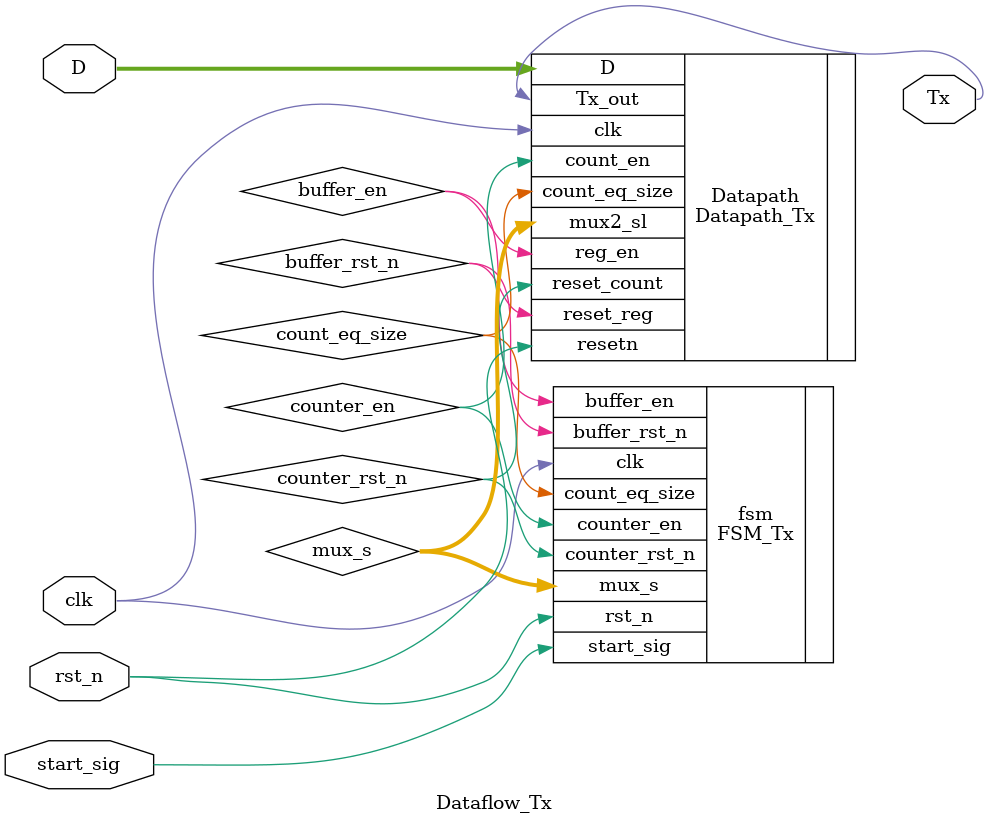
<source format=sv>
module Dataflow_Tx #(
    parameter n = 8
) (

    clk,
    rst_n,
    start_sig,
    D,
    Tx
);

  input logic clk, rst_n, start_sig;
  input logic [n-1:0] D;
  output Tx;

  Datapath_Tx #(
      .n(n)
  ) Datapath (
      .clk(clk),
      .resetn(rst_n),
      .D(D),
      .reg_en(buffer_en),
      .reset_reg(buffer_rst_n),
      .reset_count(counter_rst_n),
      .count_en(counter_en),
      .mux2_sl(mux_s),
      .Tx_out(Tx),
      .count_eq_size(count_eq_size)
  );

  logic count_eq_size, buffer_en, buffer_rst_n, counter_rst_n, counter_en;
  logic [1:0] mux_s;

  FSM_Tx fsm (

      .clk(clk),
      .rst_n(rst_n),
      .start_sig(start_sig),
      .count_eq_size(count_eq_size),
      .buffer_en(buffer_en),
      .buffer_rst_n(buffer_rst_n),
      .counter_rst_n(counter_rst_n),
      .counter_en(counter_en),
      .mux_s(mux_s)

  );


endmodule

</source>
